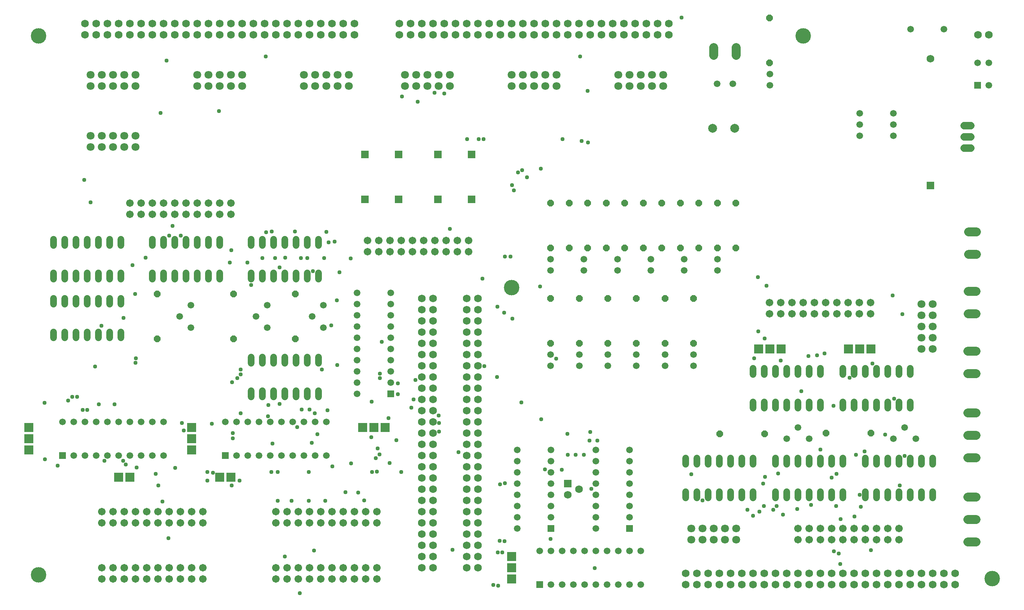
<source format=gbr>
G04 EAGLE Gerber RS-274X export*
G75*
%MOMM*%
%FSLAX34Y34*%
%LPD*%
%INSoldermask Bottom*%
%IPPOS*%
%AMOC8*
5,1,8,0,0,1.08239X$1,22.5*%
G01*
%ADD10C,2.003197*%
%ADD11C,1.752600*%
%ADD12R,2.003197X2.003197*%
%ADD13C,1.511200*%
%ADD14C,1.803400*%
%ADD15C,1.711200*%
%ADD16C,1.727200*%
%ADD17C,1.711200*%
%ADD18P,1.635708X8X112.500000*%
%ADD19P,1.635708X8X202.500000*%
%ADD20C,1.511200*%
%ADD21R,1.752600X1.752600*%
%ADD22R,1.711200X1.711200*%
%ADD23R,1.511200X1.511200*%
%ADD24R,1.727200X1.727200*%
%ADD25C,3.503200*%
%ADD26C,2.003197*%
%ADD27C,0.959600*%


D10*
X1638300Y1253600D02*
X1638300Y1235600D01*
X1587500Y1235600D02*
X1587500Y1253600D01*
D11*
X2209800Y1282700D03*
X2184908Y1282700D03*
D10*
X2180700Y515620D02*
X2162700Y515620D01*
X2162700Y566420D02*
X2180700Y566420D01*
D12*
X793496Y393700D03*
X818896Y393700D03*
X844296Y393700D03*
X38100Y393700D03*
X38100Y368300D03*
X38100Y342900D03*
X241300Y280921D03*
X266700Y280921D03*
X469900Y280921D03*
X495300Y280921D03*
X406400Y393700D03*
X406400Y368300D03*
X406400Y342900D03*
X1130300Y101600D03*
X1130300Y76200D03*
X1130300Y50800D03*
D13*
X541020Y463360D02*
X541020Y476440D01*
X566420Y476440D02*
X566420Y463360D01*
X693420Y463360D02*
X693420Y476440D01*
X693420Y539560D02*
X693420Y552640D01*
X591820Y476440D02*
X591820Y463360D01*
X617220Y463360D02*
X617220Y476440D01*
X668020Y476440D02*
X668020Y463360D01*
X642620Y463360D02*
X642620Y476440D01*
X668020Y539560D02*
X668020Y552640D01*
X642620Y552640D02*
X642620Y539560D01*
X617220Y539560D02*
X617220Y552640D01*
X591820Y552640D02*
X591820Y539560D01*
X566420Y539560D02*
X566420Y552640D01*
X541020Y552640D02*
X541020Y539560D01*
X1676400Y451040D02*
X1676400Y437960D01*
X1701800Y437960D02*
X1701800Y451040D01*
X1828800Y451040D02*
X1828800Y437960D01*
X1828800Y514160D02*
X1828800Y527240D01*
X1727200Y451040D02*
X1727200Y437960D01*
X1752600Y437960D02*
X1752600Y451040D01*
X1803400Y451040D02*
X1803400Y437960D01*
X1778000Y437960D02*
X1778000Y451040D01*
X1803400Y514160D02*
X1803400Y527240D01*
X1778000Y527240D02*
X1778000Y514160D01*
X1752600Y514160D02*
X1752600Y527240D01*
X1727200Y527240D02*
X1727200Y514160D01*
X1701800Y514160D02*
X1701800Y527240D01*
X1676400Y527240D02*
X1676400Y514160D01*
X1727200Y247840D02*
X1727200Y234760D01*
X1752600Y234760D02*
X1752600Y247840D01*
X1879600Y247840D02*
X1879600Y234760D01*
X1879600Y310960D02*
X1879600Y324040D01*
X1778000Y247840D02*
X1778000Y234760D01*
X1803400Y234760D02*
X1803400Y247840D01*
X1854200Y247840D02*
X1854200Y234760D01*
X1828800Y234760D02*
X1828800Y247840D01*
X1854200Y310960D02*
X1854200Y324040D01*
X1828800Y324040D02*
X1828800Y310960D01*
X1803400Y310960D02*
X1803400Y324040D01*
X1778000Y324040D02*
X1778000Y310960D01*
X1752600Y310960D02*
X1752600Y324040D01*
X1727200Y324040D02*
X1727200Y310960D01*
X1524000Y247840D02*
X1524000Y234760D01*
X1549400Y234760D02*
X1549400Y247840D01*
X1676400Y247840D02*
X1676400Y234760D01*
X1676400Y310960D02*
X1676400Y324040D01*
X1574800Y247840D02*
X1574800Y234760D01*
X1600200Y234760D02*
X1600200Y247840D01*
X1651000Y247840D02*
X1651000Y234760D01*
X1625600Y234760D02*
X1625600Y247840D01*
X1651000Y310960D02*
X1651000Y324040D01*
X1625600Y324040D02*
X1625600Y310960D01*
X1600200Y310960D02*
X1600200Y324040D01*
X1574800Y324040D02*
X1574800Y310960D01*
X1549400Y310960D02*
X1549400Y324040D01*
X1524000Y324040D02*
X1524000Y310960D01*
X1930400Y247840D02*
X1930400Y234760D01*
X1955800Y234760D02*
X1955800Y247840D01*
X2082800Y247840D02*
X2082800Y234760D01*
X2082800Y310960D02*
X2082800Y324040D01*
X1981200Y247840D02*
X1981200Y234760D01*
X2006600Y234760D02*
X2006600Y247840D01*
X2057400Y247840D02*
X2057400Y234760D01*
X2032000Y234760D02*
X2032000Y247840D01*
X2057400Y310960D02*
X2057400Y324040D01*
X2032000Y324040D02*
X2032000Y310960D01*
X2006600Y310960D02*
X2006600Y324040D01*
X1981200Y324040D02*
X1981200Y310960D01*
X1955800Y310960D02*
X1955800Y324040D01*
X1930400Y324040D02*
X1930400Y310960D01*
X93980Y730060D02*
X93980Y743140D01*
X119380Y743140D02*
X119380Y730060D01*
X246380Y730060D02*
X246380Y743140D01*
X246380Y806260D02*
X246380Y819340D01*
X144780Y743140D02*
X144780Y730060D01*
X170180Y730060D02*
X170180Y743140D01*
X220980Y743140D02*
X220980Y730060D01*
X195580Y730060D02*
X195580Y743140D01*
X220980Y806260D02*
X220980Y819340D01*
X195580Y819340D02*
X195580Y806260D01*
X170180Y806260D02*
X170180Y819340D01*
X144780Y819340D02*
X144780Y806260D01*
X119380Y806260D02*
X119380Y819340D01*
X93980Y819340D02*
X93980Y806260D01*
X541020Y743140D02*
X541020Y730060D01*
X566420Y730060D02*
X566420Y743140D01*
X693420Y743140D02*
X693420Y730060D01*
X693420Y806260D02*
X693420Y819340D01*
X591820Y743140D02*
X591820Y730060D01*
X617220Y730060D02*
X617220Y743140D01*
X668020Y743140D02*
X668020Y730060D01*
X642620Y730060D02*
X642620Y743140D01*
X668020Y806260D02*
X668020Y819340D01*
X642620Y819340D02*
X642620Y806260D01*
X617220Y806260D02*
X617220Y819340D01*
X591820Y819340D02*
X591820Y806260D01*
X566420Y806260D02*
X566420Y819340D01*
X541020Y819340D02*
X541020Y806260D01*
X317500Y743140D02*
X317500Y730060D01*
X342900Y730060D02*
X342900Y743140D01*
X469900Y743140D02*
X469900Y730060D01*
X469900Y806260D02*
X469900Y819340D01*
X368300Y743140D02*
X368300Y730060D01*
X393700Y730060D02*
X393700Y743140D01*
X444500Y743140D02*
X444500Y730060D01*
X419100Y730060D02*
X419100Y743140D01*
X444500Y806260D02*
X444500Y819340D01*
X419100Y819340D02*
X419100Y806260D01*
X393700Y806260D02*
X393700Y819340D01*
X368300Y819340D02*
X368300Y806260D01*
X342900Y806260D02*
X342900Y819340D01*
X317500Y819340D02*
X317500Y806260D01*
X93980Y609790D02*
X93980Y596710D01*
X119380Y596710D02*
X119380Y609790D01*
X246380Y609790D02*
X246380Y596710D01*
X246380Y672910D02*
X246380Y685990D01*
X144780Y609790D02*
X144780Y596710D01*
X170180Y596710D02*
X170180Y609790D01*
X220980Y609790D02*
X220980Y596710D01*
X195580Y596710D02*
X195580Y609790D01*
X220980Y672910D02*
X220980Y685990D01*
X195580Y685990D02*
X195580Y672910D01*
X170180Y672910D02*
X170180Y685990D01*
X144780Y685990D02*
X144780Y672910D01*
X119380Y672910D02*
X119380Y685990D01*
X93980Y685990D02*
X93980Y672910D01*
X1879600Y451040D02*
X1879600Y437960D01*
X1905000Y437960D02*
X1905000Y451040D01*
X2032000Y451040D02*
X2032000Y437960D01*
X2032000Y514160D02*
X2032000Y527240D01*
X1930400Y451040D02*
X1930400Y437960D01*
X1955800Y437960D02*
X1955800Y451040D01*
X2006600Y451040D02*
X2006600Y437960D01*
X1981200Y437960D02*
X1981200Y451040D01*
X2006600Y514160D02*
X2006600Y527240D01*
X1981200Y527240D02*
X1981200Y514160D01*
X1955800Y514160D02*
X1955800Y527240D01*
X1930400Y527240D02*
X1930400Y514160D01*
X1905000Y514160D02*
X1905000Y527240D01*
X1879600Y527240D02*
X1879600Y514160D01*
D14*
X889000Y1166368D03*
X889000Y1191768D03*
X914400Y1166368D03*
X914400Y1191768D03*
X939800Y1166368D03*
X939800Y1191768D03*
X965200Y1166368D03*
X965200Y1191768D03*
X990600Y1166368D03*
X990600Y1191768D03*
D15*
X596900Y76200D03*
X596900Y50800D03*
X622300Y76200D03*
X622300Y50800D03*
X647700Y76200D03*
X647700Y50800D03*
X673100Y50800D03*
X673100Y76200D03*
X698500Y50800D03*
X698500Y76200D03*
X723900Y50800D03*
X723900Y76200D03*
X749300Y50800D03*
X749300Y76200D03*
X774700Y50800D03*
X774700Y76200D03*
X800100Y50800D03*
X800100Y76200D03*
X825500Y50800D03*
X825500Y76200D03*
D16*
X1054100Y76200D03*
X1028700Y76200D03*
X1054100Y101600D03*
X1028700Y101600D03*
X1054100Y127000D03*
X1028700Y127000D03*
X1054100Y152400D03*
X1028700Y152400D03*
X1054100Y177800D03*
X1028700Y177800D03*
X1054100Y203200D03*
X1028700Y203200D03*
X1054100Y228600D03*
X1028700Y228600D03*
X1054100Y254000D03*
X1028700Y254000D03*
X1054100Y279400D03*
X1028700Y279400D03*
X1054100Y304800D03*
X1028700Y304800D03*
X1054100Y330200D03*
X1028700Y330200D03*
X1054100Y355600D03*
X1028700Y355600D03*
X1054100Y381000D03*
X1028700Y381000D03*
X1054100Y406400D03*
X1028700Y406400D03*
X1054100Y431800D03*
X1028700Y431800D03*
X1054100Y457200D03*
X1028700Y457200D03*
X1054100Y482600D03*
X1028700Y482600D03*
X1054100Y508000D03*
X1028700Y508000D03*
X1054100Y533400D03*
X1028700Y533400D03*
X1054100Y558800D03*
X1028700Y558800D03*
X1054100Y584200D03*
X1028700Y584200D03*
X1054100Y609600D03*
X1028700Y609600D03*
X1054100Y635000D03*
X1028700Y635000D03*
X1054100Y660400D03*
X1028700Y660400D03*
X1054100Y685800D03*
X1028700Y685800D03*
D14*
X1130300Y1166368D03*
X1130300Y1191768D03*
X1155700Y1166368D03*
X1155700Y1191768D03*
X1181100Y1166368D03*
X1181100Y1191768D03*
X1206500Y1166368D03*
X1206500Y1191768D03*
X1231900Y1166368D03*
X1231900Y1191768D03*
X1371600Y1166368D03*
X1371600Y1191768D03*
X1397000Y1166368D03*
X1397000Y1191768D03*
X1422400Y1166368D03*
X1422400Y1191768D03*
X1447800Y1166368D03*
X1447800Y1191768D03*
X1473200Y1166368D03*
X1473200Y1191768D03*
X177800Y1166368D03*
X177800Y1191768D03*
X203200Y1166368D03*
X203200Y1191768D03*
X228600Y1166368D03*
X228600Y1191768D03*
X254000Y1166368D03*
X254000Y1191768D03*
X279400Y1166368D03*
X279400Y1191768D03*
D15*
X596900Y203200D03*
X596900Y177800D03*
X622300Y203200D03*
X622300Y177800D03*
X647700Y203200D03*
X647700Y177800D03*
X673100Y177800D03*
X673100Y203200D03*
X698500Y177800D03*
X698500Y203200D03*
X723900Y177800D03*
X723900Y203200D03*
X749300Y177800D03*
X749300Y203200D03*
X774700Y177800D03*
X774700Y203200D03*
X800100Y177800D03*
X800100Y203200D03*
X825500Y177800D03*
X825500Y203200D03*
D14*
X419100Y1166368D03*
X419100Y1191768D03*
X444500Y1166368D03*
X444500Y1191768D03*
X469900Y1166368D03*
X469900Y1191768D03*
X495300Y1166368D03*
X495300Y1191768D03*
X520700Y1166368D03*
X520700Y1191768D03*
D15*
X203200Y76200D03*
X203200Y50800D03*
X228600Y76200D03*
X228600Y50800D03*
X254000Y76200D03*
X254000Y50800D03*
X279400Y50800D03*
X279400Y76200D03*
X304800Y50800D03*
X304800Y76200D03*
X330200Y50800D03*
X330200Y76200D03*
X355600Y50800D03*
X355600Y76200D03*
X381000Y50800D03*
X381000Y76200D03*
X406400Y50800D03*
X406400Y76200D03*
X431800Y50800D03*
X431800Y76200D03*
D14*
X660400Y1166368D03*
X660400Y1191768D03*
X685800Y1166368D03*
X685800Y1191768D03*
X711200Y1166368D03*
X711200Y1191768D03*
X736600Y1166368D03*
X736600Y1191768D03*
X762000Y1166368D03*
X762000Y1191768D03*
X2057400Y673100D03*
X2082800Y673100D03*
X2057400Y647700D03*
X2082800Y647700D03*
X2057400Y622300D03*
X2082800Y622300D03*
X2057400Y596900D03*
X2082800Y596900D03*
X2057400Y571500D03*
X2082800Y571500D03*
D15*
X203200Y203200D03*
X203200Y177800D03*
X228600Y203200D03*
X228600Y177800D03*
X254000Y203200D03*
X254000Y177800D03*
X279400Y177800D03*
X279400Y203200D03*
X304800Y177800D03*
X304800Y203200D03*
X330200Y177800D03*
X330200Y203200D03*
X355600Y177800D03*
X355600Y203200D03*
X381000Y177800D03*
X381000Y203200D03*
X406400Y177800D03*
X406400Y203200D03*
X431800Y177800D03*
X431800Y203200D03*
D16*
X952500Y76200D03*
X927100Y76200D03*
X952500Y101600D03*
X927100Y101600D03*
X952500Y127000D03*
X927100Y127000D03*
X952500Y152400D03*
X927100Y152400D03*
X952500Y177800D03*
X927100Y177800D03*
X952500Y203200D03*
X927100Y203200D03*
X952500Y228600D03*
X927100Y228600D03*
X952500Y254000D03*
X927100Y254000D03*
X952500Y279400D03*
X927100Y279400D03*
X952500Y304800D03*
X927100Y304800D03*
X952500Y330200D03*
X927100Y330200D03*
X952500Y355600D03*
X927100Y355600D03*
X952500Y381000D03*
X927100Y381000D03*
X952500Y406400D03*
X927100Y406400D03*
X952500Y431800D03*
X927100Y431800D03*
X952500Y457200D03*
X927100Y457200D03*
X952500Y482600D03*
X927100Y482600D03*
X952500Y508000D03*
X927100Y508000D03*
X952500Y533400D03*
X927100Y533400D03*
X952500Y558800D03*
X927100Y558800D03*
X952500Y584200D03*
X927100Y584200D03*
X952500Y609600D03*
X927100Y609600D03*
X952500Y635000D03*
X927100Y635000D03*
X952500Y660400D03*
X927100Y660400D03*
X952500Y685800D03*
X927100Y685800D03*
D15*
X1778000Y165100D03*
X1778000Y139700D03*
X1803400Y165100D03*
X1803400Y139700D03*
X1828800Y165100D03*
X1828800Y139700D03*
X1854200Y139700D03*
X1854200Y165100D03*
X1879600Y139700D03*
X1879600Y165100D03*
X1905000Y139700D03*
X1905000Y165100D03*
X1930400Y139700D03*
X1930400Y165100D03*
X1955800Y139700D03*
X1955800Y165100D03*
X1981200Y139700D03*
X1981200Y165100D03*
X2006600Y139700D03*
X2006600Y165100D03*
X266700Y901700D03*
X266700Y876300D03*
X292100Y901700D03*
X292100Y876300D03*
X317500Y901700D03*
X317500Y876300D03*
X342900Y876300D03*
X342900Y901700D03*
X368300Y876300D03*
X368300Y901700D03*
X393700Y876300D03*
X393700Y901700D03*
X419100Y876300D03*
X419100Y901700D03*
X444500Y876300D03*
X444500Y901700D03*
X469900Y876300D03*
X469900Y901700D03*
X495300Y876300D03*
X495300Y901700D03*
D16*
X1524000Y38100D03*
X1524000Y63500D03*
X1549400Y38100D03*
X1549400Y63500D03*
X1574800Y38100D03*
X1574800Y63500D03*
X1600200Y38100D03*
X1600200Y63500D03*
X1625600Y38100D03*
X1625600Y63500D03*
X1651000Y38100D03*
X1651000Y63500D03*
X1676400Y38100D03*
X1676400Y63500D03*
X1701800Y38100D03*
X1701800Y63500D03*
X1727200Y38100D03*
X1727200Y63500D03*
X1752600Y38100D03*
X1752600Y63500D03*
X1778000Y38100D03*
X1778000Y63500D03*
X1803400Y38100D03*
X1803400Y63500D03*
X1828800Y38100D03*
X1828800Y63500D03*
X1854200Y38100D03*
X1854200Y63500D03*
X1879600Y38100D03*
X1879600Y63500D03*
X1905000Y38100D03*
X1905000Y63500D03*
X1930400Y38100D03*
X1930400Y63500D03*
X1955800Y38100D03*
X1955800Y63500D03*
X1981200Y38100D03*
X1981200Y63500D03*
X2006600Y38100D03*
X2006600Y63500D03*
X2032000Y38100D03*
X2032000Y63500D03*
X2057400Y38100D03*
X2057400Y63500D03*
X2082800Y38100D03*
X2082800Y63500D03*
X2108200Y38100D03*
X2108200Y63500D03*
X2133600Y38100D03*
X2133600Y63500D03*
D15*
X804500Y817100D03*
X804500Y791700D03*
X829900Y817100D03*
X829900Y791700D03*
X855300Y817100D03*
X855300Y791700D03*
X880700Y791700D03*
X880700Y817100D03*
X906100Y791700D03*
X906100Y817100D03*
X931500Y791700D03*
X931500Y817100D03*
X956900Y791700D03*
X956900Y817100D03*
X982300Y791700D03*
X982300Y817100D03*
X1007700Y791700D03*
X1007700Y817100D03*
X1033100Y791700D03*
X1033100Y817100D03*
D14*
X1536700Y139700D03*
X1536700Y165100D03*
X1562100Y139700D03*
X1562100Y165100D03*
X1587500Y139700D03*
X1587500Y165100D03*
X1612900Y139700D03*
X1612900Y165100D03*
X1638300Y139700D03*
X1638300Y165100D03*
D16*
X165100Y1282700D03*
X165100Y1308100D03*
X190500Y1282700D03*
X190500Y1308100D03*
X215900Y1282700D03*
X215900Y1308100D03*
X241300Y1282700D03*
X241300Y1308100D03*
X266700Y1282700D03*
X266700Y1308100D03*
X292100Y1282700D03*
X292100Y1308100D03*
X317500Y1282700D03*
X317500Y1308100D03*
X342900Y1282700D03*
X342900Y1308100D03*
X368300Y1282700D03*
X368300Y1308100D03*
X393700Y1282700D03*
X393700Y1308100D03*
X419100Y1282700D03*
X419100Y1308100D03*
X444500Y1282700D03*
X444500Y1308100D03*
X469900Y1282700D03*
X469900Y1308100D03*
X495300Y1282700D03*
X495300Y1308100D03*
X520700Y1282700D03*
X520700Y1308100D03*
X546100Y1282700D03*
X546100Y1308100D03*
X571500Y1282700D03*
X571500Y1308100D03*
X596900Y1282700D03*
X596900Y1308100D03*
X622300Y1282700D03*
X622300Y1308100D03*
X647700Y1282700D03*
X647700Y1308100D03*
X673100Y1282700D03*
X673100Y1308100D03*
X698500Y1282700D03*
X698500Y1308100D03*
X723900Y1282700D03*
X723900Y1308100D03*
X749300Y1282700D03*
X749300Y1308100D03*
X774700Y1282700D03*
X774700Y1308100D03*
X876300Y1282700D03*
X876300Y1308100D03*
X901700Y1282700D03*
X901700Y1308100D03*
X927100Y1282700D03*
X927100Y1308100D03*
X952500Y1282700D03*
X952500Y1308100D03*
X977900Y1282700D03*
X977900Y1308100D03*
X1003300Y1282700D03*
X1003300Y1308100D03*
X1028700Y1282700D03*
X1028700Y1308100D03*
X1054100Y1282700D03*
X1054100Y1308100D03*
X1079500Y1282700D03*
X1079500Y1308100D03*
X1104900Y1282700D03*
X1104900Y1308100D03*
X1130300Y1282700D03*
X1130300Y1308100D03*
X1155700Y1282700D03*
X1155700Y1308100D03*
X1181100Y1282700D03*
X1181100Y1308100D03*
X1206500Y1282700D03*
X1206500Y1308100D03*
X1231900Y1282700D03*
X1231900Y1308100D03*
X1257300Y1282700D03*
X1257300Y1308100D03*
X1282700Y1282700D03*
X1282700Y1308100D03*
X1308100Y1282700D03*
X1308100Y1308100D03*
X1333500Y1282700D03*
X1333500Y1308100D03*
X1358900Y1282700D03*
X1358900Y1308100D03*
X1384300Y1282700D03*
X1384300Y1308100D03*
X1409700Y1282700D03*
X1409700Y1308100D03*
X1435100Y1282700D03*
X1435100Y1308100D03*
X1460500Y1282700D03*
X1460500Y1308100D03*
X1485900Y1282700D03*
X1485900Y1308100D03*
D14*
X177800Y1028700D03*
X177800Y1054100D03*
X203200Y1028700D03*
X203200Y1054100D03*
X228600Y1028700D03*
X228600Y1054100D03*
X254000Y1028700D03*
X254000Y1054100D03*
X279400Y1028700D03*
X279400Y1054100D03*
D12*
X1689100Y571500D03*
X1714500Y571500D03*
X1739900Y571500D03*
X1892300Y571500D03*
X1917700Y571500D03*
X1943100Y571500D03*
D10*
X2162700Y325120D02*
X2180700Y325120D01*
X2180700Y375920D02*
X2162700Y375920D01*
X2162700Y426720D02*
X2180700Y426720D01*
X2180700Y134620D02*
X2162700Y134620D01*
X2162700Y185420D02*
X2180700Y185420D01*
X2180700Y236220D02*
X2162700Y236220D01*
D17*
X2169080Y1051560D02*
X2154000Y1051560D01*
X2154000Y1076960D02*
X2169080Y1076960D01*
X2169080Y1026160D02*
X2154000Y1026160D01*
D18*
X1541780Y583692D03*
X1541780Y685292D03*
X1595654Y800100D03*
X1595654Y901700D03*
X1511887Y800100D03*
X1511887Y901700D03*
X1428119Y800100D03*
X1428119Y901700D03*
X1344352Y800100D03*
X1344352Y901700D03*
D19*
X1702308Y378714D03*
X1600708Y378714D03*
D20*
X1752600Y368300D03*
X1778000Y393700D03*
X1803400Y368300D03*
D18*
X641300Y594200D03*
X641300Y695800D03*
D20*
X704800Y619600D03*
X679400Y645000D03*
X704800Y670400D03*
D18*
X328300Y594200D03*
X328300Y695800D03*
D20*
X404500Y619600D03*
X379100Y645000D03*
X404500Y670400D03*
D18*
X1477164Y583692D03*
X1477164Y685292D03*
X1302468Y800100D03*
X1302468Y901700D03*
X1637538Y800100D03*
X1637538Y901700D03*
X1553771Y800100D03*
X1553771Y901700D03*
X1470003Y800100D03*
X1470003Y901700D03*
X1386236Y800100D03*
X1386236Y901700D03*
D19*
X1943100Y381000D03*
X1841500Y381000D03*
D20*
X1993900Y368300D03*
X2019300Y393700D03*
X2044700Y368300D03*
D18*
X501600Y594200D03*
X501600Y695800D03*
D20*
X577800Y619600D03*
X552400Y645000D03*
X577800Y670400D03*
D18*
X1713992Y1218946D03*
X1713992Y1320546D03*
X1412548Y583692D03*
X1412548Y685292D03*
X1347933Y583692D03*
X1347933Y685292D03*
D21*
X2077720Y941324D03*
D11*
X2077720Y1228344D03*
D18*
X1283317Y583692D03*
X1283317Y685292D03*
X1218701Y583692D03*
X1218701Y685292D03*
X1218701Y800100D03*
X1218701Y901700D03*
X1260585Y800100D03*
X1260585Y901700D03*
D22*
X963300Y1011700D03*
X1039500Y1011700D03*
X1039500Y910100D03*
X963300Y910100D03*
X798200Y1011700D03*
X874400Y1011700D03*
X874400Y910100D03*
X798200Y910100D03*
D20*
X1541780Y558292D03*
X1541780Y532892D03*
X1520446Y774700D03*
X1520446Y749300D03*
X1445009Y774700D03*
X1445009Y749300D03*
X1369573Y774700D03*
X1369573Y749300D03*
X2108200Y1295400D03*
X2033200Y1295400D03*
D23*
X2184400Y1168400D03*
D20*
X2209800Y1168400D03*
X2209800Y1219200D03*
X2184400Y1219200D03*
X1714500Y1193800D03*
X1714500Y1168400D03*
X1477164Y558292D03*
X1477164Y532892D03*
X1412548Y558292D03*
X1412548Y532892D03*
X1347933Y558292D03*
X1347933Y532892D03*
X1283317Y558292D03*
X1283317Y532892D03*
X1218701Y558292D03*
X1218701Y532892D03*
X1218701Y774700D03*
X1218701Y749300D03*
X1294137Y774700D03*
X1294137Y749300D03*
X1595882Y774700D03*
X1595882Y749300D03*
D23*
X1219200Y165100D03*
D20*
X1219200Y190500D03*
X1219200Y215900D03*
X1219200Y241300D03*
X1219200Y266700D03*
X1219200Y292100D03*
X1219200Y317500D03*
X1219200Y342900D03*
X1143000Y342900D03*
X1143000Y317500D03*
X1143000Y292100D03*
X1143000Y266700D03*
X1143000Y241300D03*
X1143000Y215900D03*
X1143000Y190500D03*
X1143000Y165100D03*
D23*
X1397000Y165100D03*
D20*
X1397000Y190500D03*
X1397000Y215900D03*
X1397000Y241300D03*
X1397000Y266700D03*
X1397000Y292100D03*
X1397000Y317500D03*
X1397000Y342900D03*
X1320800Y342900D03*
X1320800Y317500D03*
X1320800Y292100D03*
X1320800Y266700D03*
X1320800Y241300D03*
X1320800Y215900D03*
X1320800Y190500D03*
X1320800Y165100D03*
D24*
X1257300Y266700D03*
D16*
X1282700Y254000D03*
X1257300Y241300D03*
D23*
X114300Y330200D03*
D20*
X139700Y330200D03*
X165100Y330200D03*
X190500Y330200D03*
X215900Y330200D03*
X241300Y330200D03*
X266700Y330200D03*
X292100Y330200D03*
X317500Y330200D03*
X342900Y330200D03*
X342900Y406400D03*
X317500Y406400D03*
X292100Y406400D03*
X266700Y406400D03*
X241300Y406400D03*
X215900Y406400D03*
X190500Y406400D03*
X165100Y406400D03*
X139700Y406400D03*
X114300Y406400D03*
D23*
X482600Y330200D03*
D20*
X508000Y330200D03*
X533400Y330200D03*
X558800Y330200D03*
X584200Y330200D03*
X609600Y330200D03*
X635000Y330200D03*
X660400Y330200D03*
X685800Y330200D03*
X711200Y330200D03*
X711200Y406400D03*
X685800Y406400D03*
X660400Y406400D03*
X635000Y406400D03*
X609600Y406400D03*
X584200Y406400D03*
X558800Y406400D03*
X533400Y406400D03*
X508000Y406400D03*
X482600Y406400D03*
D23*
X1193800Y38100D03*
D20*
X1219200Y38100D03*
X1244600Y38100D03*
X1270000Y38100D03*
X1295400Y38100D03*
X1320800Y38100D03*
X1346200Y38100D03*
X1371600Y38100D03*
X1397000Y38100D03*
X1422400Y38100D03*
X1422400Y114300D03*
X1397000Y114300D03*
X1371600Y114300D03*
X1346200Y114300D03*
X1320800Y114300D03*
X1295400Y114300D03*
X1270000Y114300D03*
X1244600Y114300D03*
X1219200Y114300D03*
X1193800Y114300D03*
D23*
X856996Y469900D03*
D20*
X856996Y495300D03*
X856996Y520700D03*
X856996Y546100D03*
X856996Y571500D03*
X856996Y596900D03*
X856996Y622300D03*
X856996Y647700D03*
X856996Y673100D03*
X856996Y698500D03*
X780796Y698500D03*
X780796Y673100D03*
X780796Y647700D03*
X780796Y622300D03*
X780796Y596900D03*
X780796Y571500D03*
X780796Y546100D03*
X780796Y520700D03*
X780796Y495300D03*
X780796Y469900D03*
D15*
X1713738Y676148D03*
X1713738Y650748D03*
X1739138Y676148D03*
X1739138Y650748D03*
X1764538Y676148D03*
X1764538Y650748D03*
X1789938Y650748D03*
X1789938Y676148D03*
X1815338Y650748D03*
X1815338Y676148D03*
X1840738Y650748D03*
X1840738Y676148D03*
X1866138Y650748D03*
X1866138Y676148D03*
X1891538Y650748D03*
X1891538Y676148D03*
X1916938Y650748D03*
X1916938Y676148D03*
X1942338Y650748D03*
X1942338Y676148D03*
D25*
X1790000Y1280000D03*
X2217018Y51194D03*
X60000Y60000D03*
X60000Y1280000D03*
X1130000Y710000D03*
D20*
X1993900Y1054100D03*
X1993900Y1079500D03*
X1993900Y1104900D03*
X1917700Y1104900D03*
X1917700Y1079500D03*
X1917700Y1054100D03*
X1630426Y1171702D03*
X1595374Y1171702D03*
D26*
X1634744Y1070864D03*
X1584706Y1070864D03*
D10*
X2162954Y650494D02*
X2180954Y650494D01*
X2180954Y701294D02*
X2162954Y701294D01*
X2164224Y785368D02*
X2182224Y785368D01*
X2182224Y836168D02*
X2164224Y836168D01*
D27*
X618236Y777870D03*
X2019173Y328935D03*
X1995551Y458719D03*
X1310386Y254762D03*
X1293876Y331294D03*
X1324610Y363982D03*
X1197356Y412242D03*
X1152652Y450596D03*
X1097280Y508000D03*
X1068578Y532638D03*
X716534Y812292D03*
X711454Y836676D03*
X336296Y1105154D03*
X1243650Y297970D03*
X1275461Y331294D03*
X1306322Y363982D03*
X1230865Y548894D03*
X468376Y1109980D03*
X349504Y1224026D03*
X990346Y843026D03*
X1205992Y298704D03*
X1257046Y331294D03*
X1308354Y383032D03*
X1164661Y959542D03*
X1029970Y1045873D03*
X882627Y1142746D03*
X574040Y1233424D03*
X1256538Y378968D03*
X1154120Y976179D03*
X1066546Y1045873D03*
X977900Y1149858D03*
X1144976Y970590D03*
X1056132Y1045873D03*
X955802Y1150874D03*
X1194816Y712470D03*
X1196086Y979255D03*
X1245362Y1045873D03*
X1301911Y1155793D03*
X1132341Y639581D03*
X1687306Y734298D03*
X653796Y776873D03*
X302006Y777494D03*
X278610Y695800D03*
X251973Y641731D03*
X177800Y903610D03*
X680847Y747781D03*
X706374Y776873D03*
X1063882Y730634D03*
X1218438Y141224D03*
X996696Y116840D03*
X783082Y246126D03*
X655066Y434086D03*
X678434Y358394D03*
X645414Y393954D03*
X814578Y292707D03*
X363573Y850138D03*
X510043Y505518D03*
X812503Y371460D03*
X825779Y293649D03*
X685193Y425704D03*
X831850Y332740D03*
X854456Y312928D03*
X880872Y292354D03*
X724888Y305616D03*
X754167Y247170D03*
X797052Y228600D03*
X766826Y311912D03*
X713486Y432054D03*
X605765Y446811D03*
X601218Y292453D03*
X601218Y227807D03*
X160048Y433578D03*
X170152Y433578D03*
X209296Y318234D03*
X74168Y321818D03*
X73660Y449326D03*
X251714Y318234D03*
X127014Y454392D03*
X163322Y953770D03*
X369316Y302288D03*
X257603Y309833D03*
X282194Y302768D03*
X579122Y419199D03*
X541020Y715744D03*
X492760Y766826D03*
X673100Y434086D03*
X701040Y525018D03*
X722630Y624840D03*
X735076Y681228D03*
X740918Y744728D03*
X766318Y776224D03*
X729488Y814324D03*
X918210Y1131062D03*
X1285215Y1233449D03*
X1088898Y37338D03*
X1098804Y110490D03*
X1103630Y136652D03*
X1103884Y265176D03*
X1097788Y667004D03*
X1115314Y780796D03*
X1131570Y942086D03*
X1289050Y1041908D03*
X617220Y101346D03*
X651510Y18034D03*
X1108908Y110744D03*
X1114044Y135890D03*
X1114806Y266954D03*
X1113734Y653542D03*
X1128014Y780288D03*
X1135634Y930656D03*
X1303274Y1038352D03*
X1514955Y1321054D03*
X1100142Y35405D03*
X136003Y462873D03*
X383993Y403915D03*
X499261Y381199D03*
X147384Y462619D03*
X499773Y368808D03*
X388565Y386643D03*
X683514Y114554D03*
X202159Y623595D03*
X103344Y307374D03*
X196596Y446250D03*
X231902Y446250D03*
X324866Y288513D03*
X331470Y262354D03*
X340614Y225552D03*
X354330Y142847D03*
X441960Y292862D03*
X441706Y273304D03*
X454660Y291084D03*
X515112Y273050D03*
X496824Y262354D03*
X1707245Y714359D03*
X187988Y531622D03*
X452374Y401927D03*
X586994Y292453D03*
X632714Y227584D03*
X272542Y761210D03*
X280613Y549979D03*
X579755Y444070D03*
X671817Y292961D03*
X708660Y227553D03*
X279343Y539750D03*
X517652Y426057D03*
X588927Y357378D03*
X671830Y227584D03*
X827278Y345948D03*
X497586Y496062D03*
X517155Y513844D03*
X869638Y364686D03*
X517409Y524326D03*
X832640Y504993D03*
X873091Y468469D03*
X902998Y438404D03*
X690527Y377952D03*
X823054Y324452D03*
X836422Y587571D03*
X912402Y501430D03*
X965570Y420232D03*
X735612Y534780D03*
X851408Y414528D03*
X813816Y451612D03*
X832640Y515730D03*
X1009904Y337792D03*
X966442Y403352D03*
X966442Y384440D03*
X872744Y493522D03*
X908078Y456946D03*
X1318387Y75565D03*
X1785592Y475742D03*
X1690445Y203021D03*
X1859392Y113444D03*
X1920240Y214122D03*
X1909290Y331647D03*
X1870084Y108322D03*
X1942846Y115824D03*
X1917446Y241300D03*
X1676271Y193927D03*
X1663954Y207010D03*
X1873612Y84681D03*
X1562100Y228346D03*
X1946824Y538140D03*
X1739392Y545310D03*
X1894590Y506226D03*
X1688617Y611149D03*
X1678686Y550418D03*
X1703070Y594614D03*
X1801876Y554990D03*
X1821180Y556768D03*
X1838198Y560832D03*
X1991868Y692658D03*
X2014474Y650240D03*
X1854175Y280441D03*
X2008378Y262128D03*
X1536446Y287274D03*
X1776476Y209042D03*
X1729660Y215392D03*
X1733324Y289560D03*
X1807868Y218440D03*
X1864691Y215420D03*
X1864868Y288798D03*
X1828800Y343380D03*
X1744281Y196405D03*
X1905805Y192278D03*
X1721885Y207165D03*
X1703299Y281965D03*
X1874907Y186022D03*
X1701316Y215420D03*
X1699260Y266700D03*
X566674Y776873D03*
X668020Y776873D03*
X355346Y828266D03*
X382270Y828266D03*
X496570Y795020D03*
X532316Y767148D03*
X575056Y835886D03*
X595376Y776873D03*
X605028Y756158D03*
X588010Y837410D03*
X640334Y837410D03*
X1975104Y377190D03*
X1928622Y339090D03*
X1858772Y442722D03*
M02*

</source>
